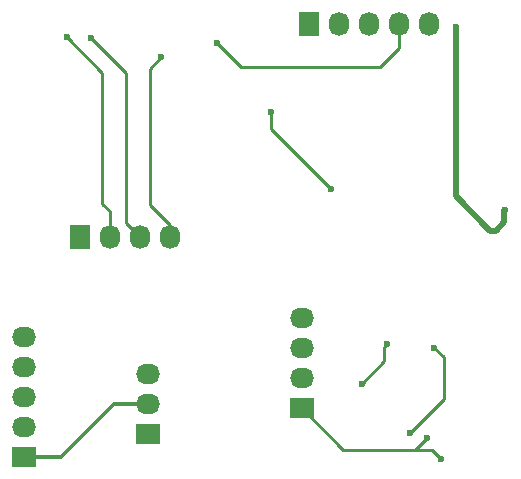
<source format=gbl>
G04 #@! TF.FileFunction,Copper,L2,Bot,Signal*
%FSLAX46Y46*%
G04 Gerber Fmt 4.6, Leading zero omitted, Abs format (unit mm)*
G04 Created by KiCad (PCBNEW 4.0.4-stable) date 10/17/16 21:55:59*
%MOMM*%
%LPD*%
G01*
G04 APERTURE LIST*
%ADD10C,0.100000*%
%ADD11R,2.032000X1.727200*%
%ADD12O,2.032000X1.727200*%
%ADD13R,1.727200X2.032000*%
%ADD14O,1.727200X2.032000*%
%ADD15C,0.600000*%
%ADD16C,0.500000*%
%ADD17C,0.250000*%
%ADD18C,0.300000*%
G04 APERTURE END LIST*
D10*
D11*
X143052800Y-119786400D03*
D12*
X143052800Y-117246400D03*
X143052800Y-114706400D03*
X143052800Y-112166400D03*
D11*
X130048000Y-121970800D03*
D12*
X130048000Y-119430800D03*
X130048000Y-116890800D03*
D13*
X124256800Y-105257600D03*
D14*
X126796800Y-105257600D03*
X129336800Y-105257600D03*
X131876800Y-105257600D03*
D13*
X143713200Y-87223600D03*
D14*
X146253200Y-87223600D03*
X148793200Y-87223600D03*
X151333200Y-87223600D03*
X153873200Y-87223600D03*
D11*
X119583200Y-123952000D03*
D12*
X119583200Y-121412000D03*
X119583200Y-118872000D03*
X119583200Y-116332000D03*
X119583200Y-113792000D03*
D15*
X156108400Y-87528400D03*
X160274000Y-102971600D03*
X135890000Y-88900000D03*
X125222000Y-88442800D03*
X123190000Y-88392000D03*
X140462000Y-94742000D03*
X145542000Y-101219000D03*
X131165600Y-90068400D03*
X154838400Y-124053600D03*
X148183600Y-117754400D03*
X150266400Y-114350800D03*
X153670000Y-122275600D03*
X152196800Y-121920000D03*
X154279600Y-114655600D03*
D16*
X156108400Y-101854000D02*
X156108400Y-87528400D01*
X159004000Y-104749600D02*
X156108400Y-101854000D01*
X159512000Y-104749600D02*
X159004000Y-104749600D01*
X160223200Y-104038400D02*
X159512000Y-104749600D01*
X160223200Y-103022400D02*
X160223200Y-104038400D01*
X160274000Y-102971600D02*
X160223200Y-103022400D01*
D17*
X151333200Y-87223600D02*
X151333200Y-89255600D01*
X137922000Y-90932000D02*
X135890000Y-88900000D01*
X149656800Y-90932000D02*
X137922000Y-90932000D01*
X151333200Y-89255600D02*
X149656800Y-90932000D01*
X128219200Y-104140000D02*
X129336800Y-105257600D01*
X128219200Y-91440000D02*
X128219200Y-104140000D01*
X125222000Y-88442800D02*
X128219200Y-91440000D01*
X126796800Y-105257600D02*
X126796800Y-103124000D01*
X126187200Y-91389200D02*
X123190000Y-88392000D01*
X126187200Y-102514400D02*
X126187200Y-91389200D01*
X126796800Y-103124000D02*
X126187200Y-102514400D01*
X140462000Y-96139000D02*
X140462000Y-94742000D01*
X145542000Y-101219000D02*
X140462000Y-96139000D01*
X131876800Y-105257600D02*
X131876800Y-104292400D01*
X131876800Y-104292400D02*
X130200400Y-102616000D01*
X130200400Y-102616000D02*
X130200400Y-91033600D01*
X130200400Y-91033600D02*
X131165600Y-90068400D01*
X154076400Y-123291600D02*
X152654000Y-123291600D01*
X154838400Y-124053600D02*
X154076400Y-123291600D01*
X148183600Y-117754400D02*
X150012400Y-115773200D01*
X150266400Y-114350800D02*
X150012400Y-114604800D01*
X150012400Y-114604800D02*
X150012400Y-115773200D01*
X153670000Y-122275600D02*
X152654000Y-123291600D01*
X146558000Y-123291600D02*
X143052800Y-119786400D01*
X152654000Y-123291600D02*
X146558000Y-123291600D01*
D18*
X119583200Y-123952000D02*
X122682000Y-123952000D01*
X127203200Y-119430800D02*
X130048000Y-119430800D01*
X122682000Y-123952000D02*
X127203200Y-119430800D01*
D17*
X155092400Y-119024400D02*
X152196800Y-121920000D01*
X155092400Y-115468400D02*
X155092400Y-119024400D01*
X154279600Y-114655600D02*
X155092400Y-115468400D01*
M02*

</source>
